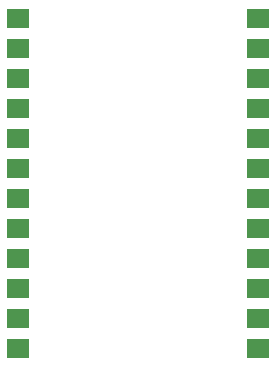
<source format=gtp>
G04 Layer: TopPasteMaskLayer*
G04 EasyEDA v6.3.53, 2020-06-18T19:39:47--4:00*
G04 e7e3e9cc35ab4c03949e4311758ff5c7,7c2c677999ea4ec384e77b3a21fa14ba,10*
G04 Gerber Generator version 0.2*
G04 Scale: 100 percent, Rotated: No, Reflected: No *
G04 Dimensions in millimeters *
G04 leading zeros omitted , absolute positions ,3 integer and 3 decimal *
%FSLAX33Y33*%
%MOMM*%
G90*
G71D02*


%LPD*%
G36*
G01X28370Y66228D02*
G01X30300Y66232D01*
G01X30303Y64581D01*
G01X28373Y64577D01*
G01X28370Y66228D01*
G37*
G36*
G01X28370Y63688D02*
G01X30300Y63692D01*
G01X30303Y62041D01*
G01X28373Y62037D01*
G01X28370Y63688D01*
G37*
G36*
G01X28370Y61148D02*
G01X30300Y61152D01*
G01X30303Y59501D01*
G01X28373Y59497D01*
G01X28370Y61148D01*
G37*
G36*
G01X28370Y58608D02*
G01X30300Y58612D01*
G01X30303Y56961D01*
G01X28373Y56957D01*
G01X28370Y58608D01*
G37*
G36*
G01X28370Y56068D02*
G01X30300Y56072D01*
G01X30303Y54421D01*
G01X28373Y54417D01*
G01X28370Y56068D01*
G37*
G36*
G01X28370Y53528D02*
G01X30300Y53532D01*
G01X30303Y51881D01*
G01X28373Y51877D01*
G01X28370Y53528D01*
G37*
G36*
G01X28370Y50988D02*
G01X30300Y50992D01*
G01X30303Y49341D01*
G01X28373Y49337D01*
G01X28370Y50988D01*
G37*
G36*
G01X28370Y48448D02*
G01X30300Y48452D01*
G01X30303Y46801D01*
G01X28373Y46797D01*
G01X28370Y48448D01*
G37*
G36*
G01X28370Y45908D02*
G01X30300Y45912D01*
G01X30303Y44261D01*
G01X28373Y44257D01*
G01X28370Y45908D01*
G37*
G36*
G01X28370Y43368D02*
G01X30300Y43372D01*
G01X30303Y41721D01*
G01X28373Y41717D01*
G01X28370Y43368D01*
G37*
G36*
G01X8050Y61148D02*
G01X9980Y61152D01*
G01X9983Y59501D01*
G01X8053Y59497D01*
G01X8050Y61148D01*
G37*
G36*
G01X8050Y71308D02*
G01X9980Y71312D01*
G01X9983Y69661D01*
G01X8053Y69657D01*
G01X8050Y71308D01*
G37*
G36*
G01X8050Y66228D02*
G01X9980Y66232D01*
G01X9983Y64581D01*
G01X8053Y64577D01*
G01X8050Y66228D01*
G37*
G36*
G01X8050Y63688D02*
G01X9980Y63692D01*
G01X9983Y62041D01*
G01X8053Y62037D01*
G01X8050Y63688D01*
G37*
G36*
G01X8050Y68768D02*
G01X9980Y68772D01*
G01X9983Y67121D01*
G01X8053Y67117D01*
G01X8050Y68768D01*
G37*
G36*
G01X8050Y58608D02*
G01X9980Y58612D01*
G01X9983Y56961D01*
G01X8053Y56957D01*
G01X8050Y58608D01*
G37*
G36*
G01X8050Y56068D02*
G01X9980Y56072D01*
G01X9983Y54421D01*
G01X8053Y54417D01*
G01X8050Y56068D01*
G37*
G36*
G01X8050Y53528D02*
G01X9980Y53532D01*
G01X9983Y51881D01*
G01X8053Y51877D01*
G01X8050Y53528D01*
G37*
G36*
G01X8050Y50988D02*
G01X9980Y50992D01*
G01X9983Y49341D01*
G01X8053Y49337D01*
G01X8050Y50988D01*
G37*
G36*
G01X8050Y48448D02*
G01X9980Y48452D01*
G01X9983Y46801D01*
G01X8053Y46797D01*
G01X8050Y48448D01*
G37*
G36*
G01X8050Y45908D02*
G01X9980Y45912D01*
G01X9983Y44261D01*
G01X8053Y44257D01*
G01X8050Y45908D01*
G37*
G36*
G01X8050Y43368D02*
G01X9980Y43372D01*
G01X9983Y41721D01*
G01X8053Y41717D01*
G01X8050Y43368D01*
G37*
G36*
G01X28370Y68768D02*
G01X30300Y68772D01*
G01X30303Y67121D01*
G01X28373Y67117D01*
G01X28370Y68768D01*
G37*
G36*
G01X28370Y71308D02*
G01X30300Y71312D01*
G01X30303Y69661D01*
G01X28373Y69657D01*
G01X28370Y71308D01*
G37*
M00*
M02*

</source>
